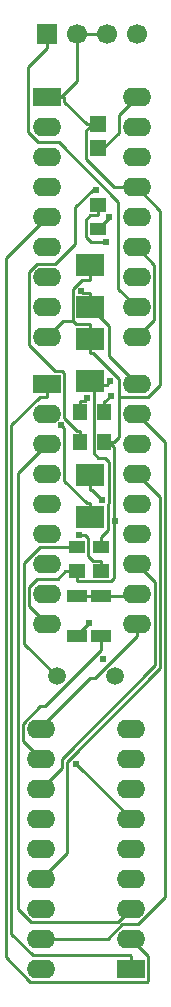
<source format=gbl>
G04 Layer: BottomLayer*
G04 EasyEDA v6.5.34, 2023-08-27 08:43:48*
G04 e4fe155263a340deae7a3384ae965621,d57712b53ce844a48ecc409583de2b89,10*
G04 Gerber Generator version 0.2*
G04 Scale: 100 percent, Rotated: No, Reflected: No *
G04 Dimensions in millimeters *
G04 leading zeros omitted , absolute positions ,4 integer and 5 decimal *
%FSLAX45Y45*%
%MOMM*%

%AMMACRO1*21,1,$1,$2,0,0,$3*%
%ADD10C,0.2540*%
%ADD11R,1.3500X1.4100*%
%ADD12MACRO1,1.35X1.41X0.0000*%
%ADD13MACRO1,1.9X2.376X90.0000*%
%ADD14R,1.3770X1.1325*%
%ADD15MACRO1,1.377X1.1325X0.0000*%
%ADD16MACRO1,1.377X1.1325X90.0000*%
%ADD17MACRO1,1.1X1.7X-90.0000*%
%ADD18R,1.7000X1.7000*%
%ADD19C,1.7000*%
%ADD20R,2.4000X1.6000*%
%ADD21O,2.3999952X1.5999968*%
%ADD22C,1.5000*%
%ADD23C,0.6100*%
%ADD24C,0.0146*%

%LPD*%
D10*
X1193800Y4775200D02*
G01*
X844905Y4426305D01*
X844905Y-1485112D01*
X1055395Y-1695602D01*
X2045690Y-1695602D01*
X2053081Y-1688211D01*
X2053081Y-1481581D01*
X1905000Y-1333500D01*
X1143000Y-63500D02*
G01*
X1320266Y113766D01*
X1320266Y190347D01*
X2113076Y983157D01*
X2113076Y1684223D01*
X1955800Y1841500D01*
X1279017Y889000D02*
G01*
X1003147Y1164869D01*
X1003147Y1845182D01*
X1137564Y1979599D01*
X1447800Y1979599D01*
X1905000Y-317500D02*
G01*
X1905000Y-313054D01*
X1444218Y147726D01*
X1955800Y4521200D02*
G01*
X2105761Y4371238D01*
X2105761Y3909161D01*
X1955800Y3759200D01*
X1955800Y3111500D02*
G01*
X2196795Y2870504D01*
X2196795Y-983234D01*
X1968931Y-1211097D01*
X1834565Y-1211097D01*
X1712163Y-1333500D01*
X1143000Y-1333500D01*
X1143000Y190500D02*
G01*
X992479Y341020D01*
X992479Y487197D01*
X1138428Y633145D01*
X1175816Y633145D01*
X1651000Y1108329D01*
X1651000Y1226997D01*
X1193800Y2857500D02*
G01*
X948105Y2611805D01*
X948105Y-1080566D01*
X1056462Y-1188923D01*
X1795576Y-1188923D01*
X1905000Y-1079500D01*
X1193800Y3257575D02*
G01*
X1139825Y3257575D01*
X894511Y3012262D01*
X894511Y-1292479D01*
X1075359Y-1473327D01*
X1898751Y-1473327D01*
X1905000Y-1479575D01*
X1193800Y3365500D02*
G01*
X1193800Y3257575D01*
X1905000Y-1587500D02*
G01*
X1905000Y-1479575D01*
X1955800Y1333500D02*
G01*
X1955800Y1233779D01*
X1600123Y878103D01*
X1561363Y878103D01*
X1143000Y459739D01*
X1143000Y444500D01*
X1955800Y2603500D02*
G01*
X2153869Y2405430D01*
X2153869Y955167D01*
X1361439Y162737D01*
X1361439Y-607060D01*
X1143000Y-825500D01*
X1193800Y6324600D02*
G01*
X1193800Y6211696D01*
X1651000Y1979599D02*
G01*
X1651000Y2064156D01*
X1562100Y3388842D02*
G01*
X1595297Y3355644D01*
X1595297Y3355644D02*
G01*
X1700326Y3355644D01*
X1732559Y3387877D01*
X1955800Y4013200D02*
G01*
X1800021Y4168978D01*
X1800021Y4903622D01*
X1293444Y5410200D01*
X1122578Y5410200D01*
X1032129Y5500649D01*
X1032129Y6050026D01*
X1193800Y6211696D01*
X1651000Y2064156D02*
G01*
X1710562Y2123719D01*
X1710562Y2348712D01*
X1719630Y2357780D01*
X1719630Y2702966D01*
X1682622Y2739974D01*
X1624558Y2739974D01*
X1589354Y2775178D01*
X1589354Y3210839D01*
X1595297Y3216782D01*
X1595297Y3355644D01*
X1474800Y2966973D02*
G01*
X1447342Y2966973D01*
X1341856Y3072460D01*
X1341856Y3457143D01*
X1325397Y3473602D01*
X1263929Y3473602D01*
X1045743Y3691788D01*
X1045743Y4315332D01*
X1110234Y4379823D01*
X1262964Y4379823D01*
X1435252Y4552111D01*
X1435252Y4859985D01*
X1581353Y5006086D01*
X1614703Y5006086D01*
X1474800Y2870200D02*
G01*
X1474800Y2966973D01*
X1625600Y5361000D02*
G01*
X1673326Y5361000D01*
X1673326Y5361000D02*
G01*
X1801520Y5489194D01*
X1801520Y5636920D01*
X1955800Y5791200D01*
X1562100Y4011142D02*
G01*
X1717370Y3855872D01*
X1717370Y3603929D01*
X1955800Y3365500D01*
X1625600Y4675200D02*
G01*
X1718386Y4767986D01*
X1718386Y4776520D01*
X1651000Y1864131D02*
G01*
X1587601Y1864131D01*
X1546656Y1905076D01*
X1546656Y2056942D01*
X1518081Y2085517D01*
X1462684Y2085517D01*
X1562100Y4011142D02*
G01*
X1562100Y4134053D01*
X1651000Y1779600D02*
G01*
X1651000Y1864131D01*
X1674799Y3220973D02*
G01*
X1690496Y3220973D01*
X1733727Y3264204D01*
X1674799Y3124200D02*
G01*
X1674799Y3220973D01*
X1562100Y4134053D02*
G01*
X1499971Y4134053D01*
X1481861Y4152163D01*
X1536725Y3243453D02*
G01*
X1514246Y3220973D01*
X1474800Y3220973D01*
X1474800Y3124200D02*
G01*
X1474800Y3220973D01*
X1562100Y2233142D02*
G01*
X1562100Y2356053D01*
X1447800Y1226997D02*
G01*
X1447800Y1238021D01*
X1552092Y1342313D01*
X1562100Y2356053D02*
G01*
X1531365Y2356053D01*
X1341856Y2545562D01*
X1341856Y2986760D01*
X1314856Y3013760D01*
X1351026Y1779600D02*
G01*
X1285925Y1714500D01*
X1110208Y1714500D01*
X1044625Y1648917D01*
X1044625Y1482674D01*
X1193800Y1333500D01*
X1562100Y4370857D02*
G01*
X1562100Y4247946D01*
X1562100Y3810025D02*
G01*
X1562100Y3871493D01*
X1562100Y3810025D02*
G01*
X1562100Y3748557D01*
X1530197Y5560999D02*
G01*
X1341704Y5749493D01*
X1341704Y5791200D01*
X1193800Y5791200D02*
G01*
X1314145Y5791200D01*
X1314145Y5791200D02*
G01*
X1341704Y5791200D01*
X1314145Y5791200D02*
G01*
X1447800Y5924854D01*
X1447800Y6324600D01*
X1701800Y6324600D02*
G01*
X1447800Y6324600D01*
X1625600Y5560999D02*
G01*
X1577898Y5560999D01*
X1577898Y5560999D02*
G01*
X1530197Y5560999D01*
X1423619Y1779600D02*
G01*
X1351026Y1779600D01*
X1955800Y5029200D02*
G01*
X1761134Y5029200D01*
X1524609Y5265724D01*
X1524609Y5507710D01*
X1577898Y5560999D01*
X1955800Y5029200D02*
G01*
X2153920Y4831079D01*
X2153920Y3356787D01*
X2054529Y3257397D01*
X1804187Y3257397D01*
X1804187Y3257397D02*
G01*
X1804187Y3403092D01*
X1581632Y3625646D01*
X1562100Y3625646D01*
X1423619Y1779600D02*
G01*
X1447800Y1779600D01*
X1674799Y2870200D02*
G01*
X1717090Y2870200D01*
X1717090Y2870200D02*
G01*
X1759356Y2870200D01*
X1447800Y1779600D02*
G01*
X1447800Y1695043D01*
X1759356Y2870200D02*
G01*
X1804187Y2915030D01*
X1804187Y3257397D01*
X1415211Y3895445D02*
G01*
X1330045Y3895445D01*
X1193800Y3759200D01*
X1415211Y3895445D02*
G01*
X1439163Y3871493D01*
X1562100Y3871493D01*
X1562100Y4247946D02*
G01*
X1494815Y4247946D01*
X1415211Y4168343D01*
X1415211Y3895445D01*
X1562100Y3748557D02*
G01*
X1562100Y3625646D01*
X1661058Y2382062D02*
G01*
X1573174Y2469946D01*
X1562100Y2469946D01*
X1562100Y2592857D02*
G01*
X1562100Y2469946D01*
X1760397Y2201976D02*
G01*
X1770354Y2201976D01*
X1447800Y1695043D02*
G01*
X1449044Y1693798D01*
X1737055Y1693798D01*
X1760397Y1717141D01*
X1760397Y2201976D01*
X1760397Y2201976D02*
G01*
X1760397Y2826893D01*
X1717090Y2870200D01*
X1447800Y1567002D02*
G01*
X1651000Y1567002D01*
X1651000Y1567002D02*
G01*
X1763903Y1567002D01*
X1763903Y1567002D02*
G01*
X1935302Y1567002D01*
X1955800Y1587500D01*
X1692325Y4568672D02*
G01*
X1565122Y4568672D01*
X1523542Y4610252D01*
X1523542Y4752009D01*
X1562201Y4790668D01*
X1625600Y4790668D01*
X1625600Y4875199D02*
G01*
X1625600Y4790668D01*
D11*
G01*
X1625600Y5361000D03*
D12*
G01*
X1625600Y5561002D03*
D13*
G01*
X1562098Y3748565D03*
G01*
X1562098Y3388837D03*
G01*
X1562098Y2592865D03*
G01*
X1562098Y2233137D03*
G01*
X1562098Y4370865D03*
G01*
X1562098Y4011137D03*
D14*
G01*
X1625600Y4675200D03*
D15*
G01*
X1625600Y4875204D03*
D16*
G01*
X1474795Y3124200D03*
G01*
X1674804Y3124200D03*
G01*
X1474795Y2870200D03*
G01*
X1674804Y2870200D03*
D14*
G01*
X1447800Y1979599D03*
D15*
G01*
X1447800Y1779595D03*
D17*
G01*
X1650998Y1566999D03*
G01*
X1650998Y1227000D03*
G01*
X1447798Y1566999D03*
G01*
X1447798Y1227000D03*
D14*
G01*
X1651000Y1979599D03*
D15*
G01*
X1651000Y1779595D03*
D18*
G01*
X1193800Y6324600D03*
D19*
G01*
X1447800Y6324600D03*
G01*
X1701800Y6324600D03*
G01*
X1955800Y6324600D03*
D20*
G01*
X1905000Y-1587500D03*
D21*
G01*
X1143000Y444500D03*
G01*
X1905000Y-1333500D03*
G01*
X1143000Y190500D03*
G01*
X1905000Y-1079500D03*
G01*
X1143000Y-63500D03*
G01*
X1905000Y-825500D03*
G01*
X1143000Y-317500D03*
G01*
X1905000Y-571500D03*
G01*
X1143000Y-571500D03*
G01*
X1905000Y-317500D03*
G01*
X1143000Y-825500D03*
G01*
X1905000Y-63500D03*
G01*
X1143000Y-1079500D03*
G01*
X1905000Y190500D03*
G01*
X1143000Y-1333500D03*
G01*
X1905000Y444500D03*
G01*
X1143000Y-1587500D03*
D20*
G01*
X1193800Y3365500D03*
D21*
G01*
X1955800Y1333500D03*
G01*
X1193800Y3111500D03*
G01*
X1955800Y1587500D03*
G01*
X1193800Y2857500D03*
G01*
X1955800Y1841500D03*
G01*
X1193800Y2603500D03*
G01*
X1955800Y2095500D03*
G01*
X1193800Y2349500D03*
G01*
X1955800Y2349500D03*
G01*
X1193800Y2095500D03*
G01*
X1955800Y2603500D03*
G01*
X1193800Y1841500D03*
G01*
X1955800Y2857500D03*
G01*
X1193800Y1587500D03*
G01*
X1955800Y3111500D03*
G01*
X1193800Y1333500D03*
G01*
X1955800Y3365500D03*
D20*
G01*
X1193800Y5791200D03*
D21*
G01*
X1955800Y3759200D03*
G01*
X1193800Y5537200D03*
G01*
X1955800Y4013200D03*
G01*
X1193800Y5283200D03*
G01*
X1955800Y4267200D03*
G01*
X1193800Y5029200D03*
G01*
X1955800Y4521200D03*
G01*
X1193800Y4775200D03*
G01*
X1955800Y4775200D03*
G01*
X1193800Y4521200D03*
G01*
X1955800Y5029200D03*
G01*
X1193800Y4267200D03*
G01*
X1955800Y5283200D03*
G01*
X1193800Y4013200D03*
G01*
X1955800Y5537200D03*
G01*
X1193800Y3759200D03*
G01*
X1955800Y5791200D03*
D22*
G01*
X1279017Y889000D03*
G01*
X1769008Y889000D03*
D23*
G01*
X1692325Y4568672D03*
G01*
X1661058Y2382062D03*
G01*
X1770354Y2201976D03*
G01*
X1552092Y1342313D03*
G01*
X1314856Y3013760D03*
G01*
X1536725Y3243453D03*
G01*
X1733727Y3264204D03*
G01*
X1481861Y4152163D03*
G01*
X1462684Y2085517D03*
G01*
X1718386Y4776520D03*
G01*
X1614703Y5006086D03*
G01*
X1732559Y3387877D03*
G01*
X1444218Y147726D03*
G01*
X1670100Y1030935D03*
M02*

</source>
